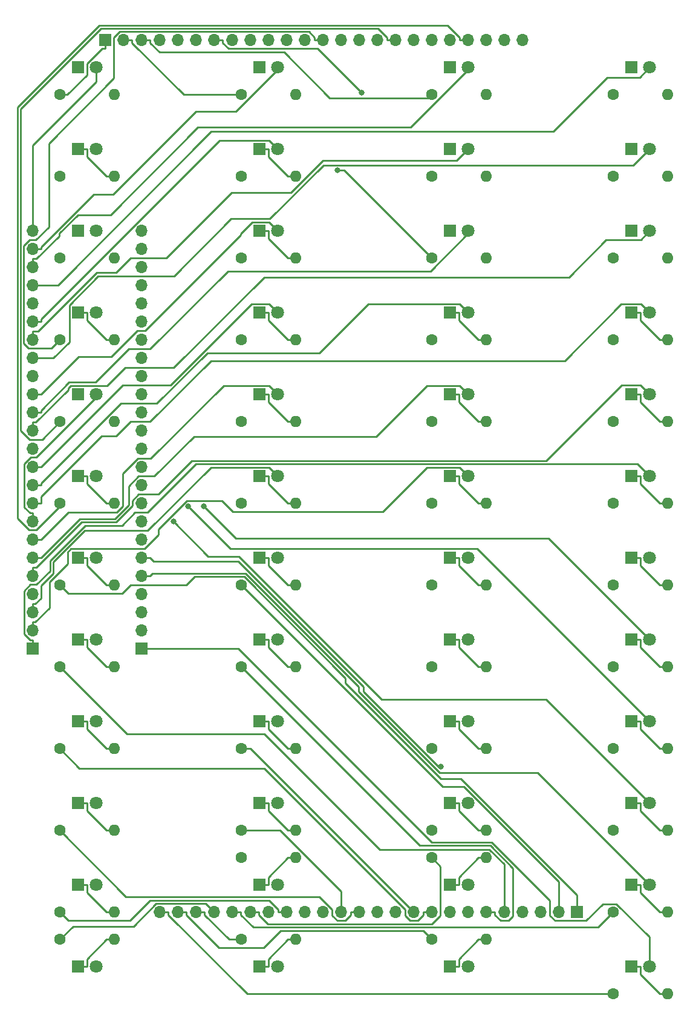
<source format=gbr>
G04 #@! TF.GenerationSoftware,KiCad,Pcbnew,(5.1.4)-1*
G04 #@! TF.CreationDate,2019-10-21T18:56:29-04:00*
G04 #@! TF.ProjectId,A-10C-CautionLED,412d3130-432d-4436-9175-74696f6e4c45,1*
G04 #@! TF.SameCoordinates,Original*
G04 #@! TF.FileFunction,Copper,L2,Bot*
G04 #@! TF.FilePolarity,Positive*
%FSLAX46Y46*%
G04 Gerber Fmt 4.6, Leading zero omitted, Abs format (unit mm)*
G04 Created by KiCad (PCBNEW (5.1.4)-1) date 2019-10-21 18:56:29*
%MOMM*%
%LPD*%
G04 APERTURE LIST*
%ADD10C,1.800000*%
%ADD11R,1.800000X1.800000*%
%ADD12O,1.700000X1.700000*%
%ADD13R,1.700000X1.700000*%
%ADD14O,1.600000X1.600000*%
%ADD15C,1.600000*%
%ADD16C,0.800000*%
%ADD17C,0.250000*%
G04 APERTURE END LIST*
D10*
X60960000Y-36830000D03*
D11*
X58420000Y-36830000D03*
D10*
X60960000Y-48260000D03*
D11*
X58420000Y-48260000D03*
D10*
X60960000Y-59690000D03*
D11*
X58420000Y-59690000D03*
D10*
X60960000Y-71120000D03*
D11*
X58420000Y-71120000D03*
X58420000Y-82550000D03*
D10*
X60960000Y-82550000D03*
D11*
X58420000Y-93980000D03*
D10*
X60960000Y-93980000D03*
D11*
X58420000Y-105410000D03*
D10*
X60960000Y-105410000D03*
X60960000Y-116840000D03*
D11*
X58420000Y-116840000D03*
D10*
X60960000Y-128270000D03*
D11*
X58420000Y-128270000D03*
D10*
X60960000Y-139700000D03*
D11*
X58420000Y-139700000D03*
D10*
X60960000Y-151130000D03*
D11*
X58420000Y-151130000D03*
X58420000Y-162560000D03*
D10*
X60960000Y-162560000D03*
D11*
X83820000Y-36830000D03*
D10*
X86360000Y-36830000D03*
D11*
X83820000Y-48260000D03*
D10*
X86360000Y-48260000D03*
D11*
X83820000Y-59690000D03*
D10*
X86360000Y-59690000D03*
D11*
X83820000Y-71120000D03*
D10*
X86360000Y-71120000D03*
X86360000Y-82550000D03*
D11*
X83820000Y-82550000D03*
D10*
X86360000Y-93980000D03*
D11*
X83820000Y-93980000D03*
D10*
X86360000Y-105410000D03*
D11*
X83820000Y-105410000D03*
X83820000Y-116840000D03*
D10*
X86360000Y-116840000D03*
D11*
X83820000Y-128270000D03*
D10*
X86360000Y-128270000D03*
D11*
X83820000Y-139700000D03*
D10*
X86360000Y-139700000D03*
D11*
X83820000Y-151130000D03*
D10*
X86360000Y-151130000D03*
D11*
X83820000Y-162560000D03*
D10*
X86360000Y-162560000D03*
X113030000Y-36830000D03*
D11*
X110490000Y-36830000D03*
D10*
X113030000Y-48260000D03*
D11*
X110490000Y-48260000D03*
D10*
X113030000Y-59690000D03*
D11*
X110490000Y-59690000D03*
D10*
X113030000Y-71120000D03*
D11*
X110490000Y-71120000D03*
X110490000Y-82550000D03*
D10*
X113030000Y-82550000D03*
D11*
X110490000Y-93980000D03*
D10*
X113030000Y-93980000D03*
D11*
X110490000Y-105410000D03*
D10*
X113030000Y-105410000D03*
X113030000Y-116840000D03*
D11*
X110490000Y-116840000D03*
X110490000Y-128270000D03*
D10*
X113030000Y-128270000D03*
X113030000Y-139700000D03*
D11*
X110490000Y-139700000D03*
X110490000Y-151130000D03*
D10*
X113030000Y-151130000D03*
X113030000Y-162560000D03*
D11*
X110490000Y-162560000D03*
X135890000Y-36830000D03*
D10*
X138430000Y-36830000D03*
D11*
X135890000Y-48260000D03*
D10*
X138430000Y-48260000D03*
D11*
X135890000Y-59690000D03*
D10*
X138430000Y-59690000D03*
D11*
X135890000Y-71120000D03*
D10*
X138430000Y-71120000D03*
X138430000Y-82550000D03*
D11*
X135890000Y-82550000D03*
D10*
X138430000Y-93980000D03*
D11*
X135890000Y-93980000D03*
D10*
X138430000Y-105410000D03*
D11*
X135890000Y-105410000D03*
D10*
X138430000Y-116840000D03*
D11*
X135890000Y-116840000D03*
D10*
X138430000Y-128270000D03*
D11*
X135890000Y-128270000D03*
X135890000Y-139700000D03*
D10*
X138430000Y-139700000D03*
D11*
X135890000Y-151130000D03*
D10*
X138430000Y-151130000D03*
X138430000Y-162560000D03*
D11*
X135890000Y-162560000D03*
D12*
X52070000Y-59690000D03*
X52070000Y-62230000D03*
X52070000Y-64770000D03*
X52070000Y-67310000D03*
X52070000Y-69850000D03*
X52070000Y-72390000D03*
X52070000Y-74930000D03*
X52070000Y-77470000D03*
X52070000Y-80010000D03*
X52070000Y-82550000D03*
X52070000Y-85090000D03*
X52070000Y-87630000D03*
X52070000Y-90170000D03*
X52070000Y-92710000D03*
X52070000Y-95250000D03*
X52070000Y-97790000D03*
X52070000Y-100330000D03*
X52070000Y-102870000D03*
X52070000Y-105410000D03*
X52070000Y-107950000D03*
X52070000Y-110490000D03*
X52070000Y-113030000D03*
X52070000Y-115570000D03*
D13*
X52070000Y-118110000D03*
X67310000Y-118110000D03*
D12*
X67310000Y-115570000D03*
X67310000Y-113030000D03*
X67310000Y-110490000D03*
X67310000Y-107950000D03*
X67310000Y-105410000D03*
X67310000Y-102870000D03*
X67310000Y-100330000D03*
X67310000Y-97790000D03*
X67310000Y-95250000D03*
X67310000Y-92710000D03*
X67310000Y-90170000D03*
X67310000Y-87630000D03*
X67310000Y-85090000D03*
X67310000Y-82550000D03*
X67310000Y-80010000D03*
X67310000Y-77470000D03*
X67310000Y-74930000D03*
X67310000Y-72390000D03*
X67310000Y-69850000D03*
X67310000Y-67310000D03*
X67310000Y-64770000D03*
X67310000Y-62230000D03*
X67310000Y-59690000D03*
X120650000Y-33020000D03*
X118110000Y-33020000D03*
X115570000Y-33020000D03*
X113030000Y-33020000D03*
X110490000Y-33020000D03*
X107950000Y-33020000D03*
X105410000Y-33020000D03*
X102870000Y-33020000D03*
X100330000Y-33020000D03*
X97790000Y-33020000D03*
X95250000Y-33020000D03*
X92710000Y-33020000D03*
X90170000Y-33020000D03*
X87630000Y-33020000D03*
X85090000Y-33020000D03*
X82550000Y-33020000D03*
X80010000Y-33020000D03*
X77470000Y-33020000D03*
X74930000Y-33020000D03*
X72390000Y-33020000D03*
X69850000Y-33020000D03*
X67310000Y-33020000D03*
X64770000Y-33020000D03*
D13*
X62230000Y-33020000D03*
X128270000Y-154940000D03*
D12*
X125730000Y-154940000D03*
X123190000Y-154940000D03*
X120650000Y-154940000D03*
X118110000Y-154940000D03*
X115570000Y-154940000D03*
X113030000Y-154940000D03*
X110490000Y-154940000D03*
X107950000Y-154940000D03*
X105410000Y-154940000D03*
X102870000Y-154940000D03*
X100330000Y-154940000D03*
X97790000Y-154940000D03*
X95250000Y-154940000D03*
X92710000Y-154940000D03*
X90170000Y-154940000D03*
X87630000Y-154940000D03*
X85090000Y-154940000D03*
X82550000Y-154940000D03*
X80010000Y-154940000D03*
X77470000Y-154940000D03*
X74930000Y-154940000D03*
X72390000Y-154940000D03*
X69850000Y-154940000D03*
D14*
X63500000Y-40640000D03*
D15*
X55880000Y-40640000D03*
D14*
X63500000Y-52070000D03*
D15*
X55880000Y-52070000D03*
X55880000Y-63500000D03*
D14*
X63500000Y-63500000D03*
D15*
X55880000Y-74930000D03*
D14*
X63500000Y-74930000D03*
D15*
X55880000Y-86360000D03*
D14*
X63500000Y-86360000D03*
D15*
X55880000Y-97790000D03*
D14*
X63500000Y-97790000D03*
D15*
X55880000Y-109220000D03*
D14*
X63500000Y-109220000D03*
D15*
X55880000Y-120650000D03*
D14*
X63500000Y-120650000D03*
D15*
X55880000Y-132080000D03*
D14*
X63500000Y-132080000D03*
X63500000Y-143510000D03*
D15*
X55880000Y-143510000D03*
X55880000Y-154940000D03*
D14*
X63500000Y-154940000D03*
X63500000Y-158750000D03*
D15*
X55880000Y-158750000D03*
X81280000Y-40640000D03*
D14*
X88900000Y-40640000D03*
D15*
X81280000Y-52070000D03*
D14*
X88900000Y-52070000D03*
X88900000Y-63500000D03*
D15*
X81280000Y-63500000D03*
X81280000Y-74930000D03*
D14*
X88900000Y-74930000D03*
X88900000Y-86360000D03*
D15*
X81280000Y-86360000D03*
D14*
X88900000Y-97790000D03*
D15*
X81280000Y-97790000D03*
D14*
X88900000Y-109220000D03*
D15*
X81280000Y-109220000D03*
D14*
X88900000Y-120650000D03*
D15*
X81280000Y-120650000D03*
D14*
X88900000Y-132080000D03*
D15*
X81280000Y-132080000D03*
D14*
X88900000Y-143510000D03*
D15*
X81280000Y-143510000D03*
X81280000Y-147320000D03*
D14*
X88900000Y-147320000D03*
D15*
X81280000Y-158750000D03*
D14*
X88900000Y-158750000D03*
D15*
X107950000Y-40640000D03*
D14*
X115570000Y-40640000D03*
D15*
X107950000Y-52070000D03*
D14*
X115570000Y-52070000D03*
X115570000Y-63500000D03*
D15*
X107950000Y-63500000D03*
X107950000Y-74930000D03*
D14*
X115570000Y-74930000D03*
X115570000Y-86360000D03*
D15*
X107950000Y-86360000D03*
D14*
X115570000Y-97790000D03*
D15*
X107950000Y-97790000D03*
D14*
X115570000Y-109220000D03*
D15*
X107950000Y-109220000D03*
D14*
X115570000Y-120650000D03*
D15*
X107950000Y-120650000D03*
X107950000Y-132080000D03*
D14*
X115570000Y-132080000D03*
D15*
X107950000Y-143510000D03*
D14*
X115570000Y-143510000D03*
D15*
X107950000Y-147320000D03*
D14*
X115570000Y-147320000D03*
X115570000Y-158750000D03*
D15*
X107950000Y-158750000D03*
D14*
X140970000Y-40640000D03*
D15*
X133350000Y-40640000D03*
D14*
X140970000Y-52070000D03*
D15*
X133350000Y-52070000D03*
D14*
X140970000Y-63500000D03*
D15*
X133350000Y-63500000D03*
D14*
X140970000Y-74930000D03*
D15*
X133350000Y-74930000D03*
X133350000Y-86360000D03*
D14*
X140970000Y-86360000D03*
D15*
X133350000Y-97790000D03*
D14*
X140970000Y-97790000D03*
D15*
X133350000Y-109220000D03*
D14*
X140970000Y-109220000D03*
D15*
X133350000Y-120650000D03*
D14*
X140970000Y-120650000D03*
X140970000Y-132080000D03*
D15*
X133350000Y-132080000D03*
D14*
X140970000Y-143510000D03*
D15*
X133350000Y-143510000D03*
D14*
X140970000Y-154940000D03*
D15*
X133350000Y-154940000D03*
X133350000Y-166370000D03*
D14*
X140970000Y-166370000D03*
D16*
X109251400Y-134634800D03*
X76050200Y-98209700D03*
X73862200Y-98216200D03*
X71771200Y-100307300D03*
X94758000Y-51242200D03*
X98132300Y-40402700D03*
D17*
X52070000Y-59690000D02*
X52070000Y-47694000D01*
X52070000Y-47694000D02*
X60960000Y-38804000D01*
X60960000Y-38804000D02*
X60960000Y-36830000D01*
X63500000Y-52070000D02*
X62374700Y-52070000D01*
X58420000Y-48260000D02*
X59645300Y-48260000D01*
X62374700Y-52070000D02*
X59645300Y-49340600D01*
X59645300Y-49340600D02*
X59645300Y-48260000D01*
X63500000Y-74930000D02*
X62374700Y-74930000D01*
X58420000Y-71120000D02*
X59645300Y-71120000D01*
X62374700Y-74930000D02*
X59645300Y-72200600D01*
X59645300Y-72200600D02*
X59645300Y-71120000D01*
X52070000Y-100330000D02*
X52070000Y-99154700D01*
X52070000Y-99154700D02*
X51702700Y-99154700D01*
X51702700Y-99154700D02*
X50884400Y-98336400D01*
X50884400Y-98336400D02*
X50884400Y-92232900D01*
X50884400Y-92232900D02*
X51769600Y-91347700D01*
X51769600Y-91347700D02*
X52571200Y-91347700D01*
X52571200Y-91347700D02*
X60960000Y-82958900D01*
X60960000Y-82958900D02*
X60960000Y-82550000D01*
X63500000Y-97790000D02*
X62374700Y-97790000D01*
X58420000Y-93980000D02*
X59645300Y-93980000D01*
X62374700Y-97790000D02*
X59645300Y-95060600D01*
X59645300Y-95060600D02*
X59645300Y-93980000D01*
X63500000Y-109220000D02*
X62374700Y-109220000D01*
X58420000Y-105410000D02*
X59645300Y-105410000D01*
X62374700Y-109220000D02*
X59645300Y-106490600D01*
X59645300Y-106490600D02*
X59645300Y-105410000D01*
X63500000Y-120650000D02*
X62374700Y-120650000D01*
X58420000Y-116840000D02*
X59645300Y-116840000D01*
X62374700Y-120650000D02*
X59645300Y-117920600D01*
X59645300Y-117920600D02*
X59645300Y-116840000D01*
X63500000Y-132080000D02*
X62374700Y-132080000D01*
X58420000Y-128270000D02*
X59645300Y-128270000D01*
X62374700Y-132080000D02*
X59645300Y-129350600D01*
X59645300Y-129350600D02*
X59645300Y-128270000D01*
X63500000Y-143510000D02*
X62374700Y-143510000D01*
X58420000Y-139700000D02*
X59645300Y-139700000D01*
X62374700Y-143510000D02*
X59645300Y-140780600D01*
X59645300Y-140780600D02*
X59645300Y-139700000D01*
X63500000Y-154940000D02*
X62374700Y-154940000D01*
X58420000Y-151130000D02*
X59645300Y-151130000D01*
X62374700Y-154940000D02*
X59645300Y-152210600D01*
X59645300Y-152210600D02*
X59645300Y-151130000D01*
X63500000Y-158750000D02*
X62374700Y-158750000D01*
X58420000Y-162560000D02*
X59645300Y-162560000D01*
X62374700Y-158750000D02*
X59645300Y-161479400D01*
X59645300Y-161479400D02*
X59645300Y-162560000D01*
X52070000Y-62230000D02*
X53245300Y-62230000D01*
X53245300Y-62230000D02*
X53245300Y-61936200D01*
X53245300Y-61936200D02*
X60585900Y-54595600D01*
X60585900Y-54595600D02*
X63336800Y-54595600D01*
X63336800Y-54595600D02*
X74930500Y-43001900D01*
X74930500Y-43001900D02*
X80530600Y-43001900D01*
X80530600Y-43001900D02*
X86360000Y-37172500D01*
X86360000Y-37172500D02*
X86360000Y-36830000D01*
X88900000Y-52070000D02*
X87774700Y-52070000D01*
X83820000Y-48260000D02*
X85045300Y-48260000D01*
X87774700Y-52070000D02*
X85045300Y-49340600D01*
X85045300Y-49340600D02*
X85045300Y-48260000D01*
X52070000Y-72390000D02*
X53245300Y-72390000D01*
X53245300Y-72390000D02*
X53245300Y-72022700D01*
X53245300Y-72022700D02*
X78233400Y-47034600D01*
X78233400Y-47034600D02*
X85134600Y-47034600D01*
X85134600Y-47034600D02*
X86360000Y-48260000D01*
X88900000Y-63500000D02*
X87774700Y-63500000D01*
X83820000Y-59690000D02*
X85045300Y-59690000D01*
X87774700Y-63500000D02*
X85045300Y-60770600D01*
X85045300Y-60770600D02*
X85045300Y-59690000D01*
X52070000Y-82550000D02*
X53245300Y-82550000D01*
X53245300Y-82550000D02*
X58521500Y-77273800D01*
X58521500Y-77273800D02*
X63066000Y-77273800D01*
X63066000Y-77273800D02*
X66679800Y-73660000D01*
X66679800Y-73660000D02*
X67808300Y-73660000D01*
X67808300Y-73660000D02*
X81167700Y-60300600D01*
X81167700Y-60300600D02*
X81167700Y-60071000D01*
X81167700Y-60071000D02*
X82774100Y-58464600D01*
X82774100Y-58464600D02*
X85134600Y-58464600D01*
X85134600Y-58464600D02*
X86360000Y-59690000D01*
X88900000Y-74930000D02*
X87774700Y-74930000D01*
X83820000Y-71120000D02*
X85045300Y-71120000D01*
X87774700Y-74930000D02*
X85045300Y-72200600D01*
X85045300Y-72200600D02*
X85045300Y-71120000D01*
X53245300Y-92710000D02*
X64675300Y-81280000D01*
X64675300Y-81280000D02*
X71334500Y-81280000D01*
X71334500Y-81280000D02*
X82719900Y-69894600D01*
X82719900Y-69894600D02*
X85134600Y-69894600D01*
X85134600Y-69894600D02*
X86360000Y-71120000D01*
X52070000Y-92710000D02*
X53245300Y-92710000D01*
X53245300Y-102870000D02*
X57057800Y-99057500D01*
X57057800Y-99057500D02*
X63831600Y-99057500D01*
X63831600Y-99057500D02*
X64684100Y-98205000D01*
X64684100Y-98205000D02*
X64684100Y-93633300D01*
X64684100Y-93633300D02*
X66782800Y-91534600D01*
X66782800Y-91534600D02*
X68567000Y-91534600D01*
X68567000Y-91534600D02*
X78777000Y-81324600D01*
X78777000Y-81324600D02*
X85134600Y-81324600D01*
X85134600Y-81324600D02*
X86360000Y-82550000D01*
X52070000Y-102870000D02*
X53245300Y-102870000D01*
X88900000Y-86360000D02*
X87774700Y-86360000D01*
X83820000Y-82550000D02*
X85045300Y-82550000D01*
X87774700Y-86360000D02*
X85045300Y-83630600D01*
X85045300Y-83630600D02*
X85045300Y-82550000D01*
X52070000Y-111854700D02*
X52437400Y-111854700D01*
X52437400Y-111854700D02*
X53245300Y-111046800D01*
X53245300Y-111046800D02*
X53245300Y-109293000D01*
X53245300Y-109293000D02*
X54928300Y-107610000D01*
X54928300Y-107610000D02*
X54928300Y-106002300D01*
X54928300Y-106002300D02*
X59330600Y-101600000D01*
X59330600Y-101600000D02*
X68173300Y-101600000D01*
X68173300Y-101600000D02*
X77018700Y-92754600D01*
X77018700Y-92754600D02*
X85134600Y-92754600D01*
X85134600Y-92754600D02*
X86360000Y-93980000D01*
X52070000Y-113030000D02*
X52070000Y-111854700D01*
X88900000Y-97790000D02*
X87774700Y-97790000D01*
X83820000Y-93980000D02*
X85045300Y-93980000D01*
X87774700Y-97790000D02*
X85045300Y-95060600D01*
X85045300Y-95060600D02*
X85045300Y-93980000D01*
X88900000Y-109220000D02*
X87774700Y-109220000D01*
X83820000Y-105410000D02*
X85045300Y-105410000D01*
X87774700Y-109220000D02*
X85045300Y-106490600D01*
X85045300Y-106490600D02*
X85045300Y-105410000D01*
X88900000Y-120650000D02*
X87774700Y-120650000D01*
X83820000Y-116840000D02*
X85045300Y-116840000D01*
X87774700Y-120650000D02*
X85045300Y-117920600D01*
X85045300Y-117920600D02*
X85045300Y-116840000D01*
X88900000Y-132080000D02*
X87774700Y-132080000D01*
X83820000Y-128270000D02*
X85045300Y-128270000D01*
X87774700Y-132080000D02*
X85045300Y-129350600D01*
X85045300Y-129350600D02*
X85045300Y-128270000D01*
X88900000Y-143510000D02*
X87774700Y-143510000D01*
X83820000Y-139700000D02*
X85045300Y-139700000D01*
X87774700Y-143510000D02*
X85045300Y-140780600D01*
X85045300Y-140780600D02*
X85045300Y-139700000D01*
X88900000Y-147320000D02*
X87774700Y-147320000D01*
X83820000Y-151130000D02*
X85045300Y-151130000D01*
X87774700Y-147320000D02*
X85045300Y-150049400D01*
X85045300Y-150049400D02*
X85045300Y-151130000D01*
X88900000Y-158750000D02*
X87774700Y-158750000D01*
X83820000Y-162560000D02*
X85045300Y-162560000D01*
X87774700Y-158750000D02*
X85045300Y-161479400D01*
X85045300Y-161479400D02*
X85045300Y-162560000D01*
X52070000Y-63594700D02*
X52606800Y-63594700D01*
X52606800Y-63594700D02*
X55809700Y-60391800D01*
X55809700Y-60391800D02*
X55809700Y-60008700D01*
X55809700Y-60008700D02*
X58383900Y-57434500D01*
X58383900Y-57434500D02*
X62993000Y-57434500D01*
X62993000Y-57434500D02*
X75211400Y-45216100D01*
X75211400Y-45216100D02*
X104987800Y-45216100D01*
X104987800Y-45216100D02*
X113030000Y-37173900D01*
X113030000Y-37173900D02*
X113030000Y-36830000D01*
X52070000Y-64770000D02*
X52070000Y-63594700D01*
X113030000Y-48260000D02*
X111418600Y-49871400D01*
X111418600Y-49871400D02*
X92711000Y-49871400D01*
X92711000Y-49871400D02*
X88220500Y-54361900D01*
X88220500Y-54361900D02*
X79877200Y-54361900D01*
X79877200Y-54361900D02*
X70739100Y-63500000D01*
X70739100Y-63500000D02*
X65752800Y-63500000D01*
X65752800Y-63500000D02*
X63758000Y-65494800D01*
X63758000Y-65494800D02*
X61054700Y-65494800D01*
X61054700Y-65494800D02*
X52794800Y-73754700D01*
X52794800Y-73754700D02*
X52070000Y-73754700D01*
X52070000Y-74930000D02*
X52070000Y-73754700D01*
X52070000Y-85090000D02*
X53245300Y-85090000D01*
X53245300Y-85090000D02*
X53245300Y-84796200D01*
X53245300Y-84796200D02*
X57167300Y-80874200D01*
X57167300Y-80874200D02*
X60823700Y-80874200D01*
X60823700Y-80874200D02*
X65497900Y-76200000D01*
X65497900Y-76200000D02*
X68485400Y-76200000D01*
X68485400Y-76200000D02*
X79366100Y-65319300D01*
X79366100Y-65319300D02*
X107743200Y-65319300D01*
X107743200Y-65319300D02*
X113030000Y-60032500D01*
X113030000Y-60032500D02*
X113030000Y-59690000D01*
X52070000Y-95250000D02*
X53245300Y-95250000D01*
X53245300Y-95250000D02*
X53245300Y-94956200D01*
X53245300Y-94956200D02*
X64381500Y-83820000D01*
X64381500Y-83820000D02*
X69431400Y-83820000D01*
X69431400Y-83820000D02*
X76502100Y-76749300D01*
X76502100Y-76749300D02*
X92233400Y-76749300D01*
X92233400Y-76749300D02*
X99088100Y-69894600D01*
X99088100Y-69894600D02*
X111804600Y-69894600D01*
X111804600Y-69894600D02*
X113030000Y-71120000D01*
X115570000Y-74930000D02*
X114444700Y-74930000D01*
X110490000Y-71120000D02*
X111715300Y-71120000D01*
X114444700Y-74930000D02*
X111715300Y-72200600D01*
X111715300Y-72200600D02*
X111715300Y-71120000D01*
X115570000Y-86360000D02*
X114444700Y-86360000D01*
X110490000Y-82550000D02*
X111715300Y-82550000D01*
X114444700Y-86360000D02*
X111715300Y-83630600D01*
X111715300Y-83630600D02*
X111715300Y-82550000D01*
X52070000Y-105410000D02*
X53245300Y-105410000D01*
X53245300Y-105410000D02*
X58672600Y-99982700D01*
X58672600Y-99982700D02*
X63543400Y-99982700D01*
X63543400Y-99982700D02*
X65489000Y-98037100D01*
X65489000Y-98037100D02*
X65489000Y-95403800D01*
X65489000Y-95403800D02*
X66912800Y-93980000D01*
X66912800Y-93980000D02*
X69108100Y-93980000D01*
X69108100Y-93980000D02*
X74654000Y-88434100D01*
X74654000Y-88434100D02*
X100131000Y-88434100D01*
X100131000Y-88434100D02*
X107240500Y-81324600D01*
X107240500Y-81324600D02*
X111804600Y-81324600D01*
X111804600Y-81324600D02*
X113030000Y-82550000D01*
X115570000Y-97790000D02*
X114444700Y-97790000D01*
X110490000Y-93980000D02*
X111715300Y-93980000D01*
X114444700Y-97790000D02*
X111715300Y-95060600D01*
X111715300Y-95060600D02*
X111715300Y-93980000D01*
X52070000Y-114394700D02*
X52437300Y-114394700D01*
X52437300Y-114394700D02*
X54428800Y-112403200D01*
X54428800Y-112403200D02*
X54428800Y-108746400D01*
X54428800Y-108746400D02*
X56981500Y-106193700D01*
X56981500Y-106193700D02*
X56981500Y-104586000D01*
X56981500Y-104586000D02*
X57427500Y-104140000D01*
X57427500Y-104140000D02*
X67704100Y-104140000D01*
X67704100Y-104140000D02*
X69635400Y-102208700D01*
X69635400Y-102208700D02*
X69635400Y-101417000D01*
X69635400Y-101417000D02*
X73613400Y-97439000D01*
X73613400Y-97439000D02*
X78584200Y-97439000D01*
X78584200Y-97439000D02*
X80077800Y-98932600D01*
X80077800Y-98932600D02*
X101062500Y-98932600D01*
X101062500Y-98932600D02*
X107240500Y-92754600D01*
X107240500Y-92754600D02*
X111804600Y-92754600D01*
X111804600Y-92754600D02*
X113030000Y-93980000D01*
X52070000Y-115570000D02*
X52070000Y-114394700D01*
X115570000Y-109220000D02*
X114444700Y-109220000D01*
X110490000Y-105410000D02*
X111715300Y-105410000D01*
X114444700Y-109220000D02*
X111715300Y-106490600D01*
X111715300Y-106490600D02*
X111715300Y-105410000D01*
X115570000Y-120650000D02*
X114444700Y-120650000D01*
X110490000Y-116840000D02*
X111715300Y-116840000D01*
X114444700Y-120650000D02*
X111715300Y-117920600D01*
X111715300Y-117920600D02*
X111715300Y-116840000D01*
X115570000Y-132080000D02*
X114444700Y-132080000D01*
X110490000Y-128270000D02*
X111715300Y-128270000D01*
X114444700Y-132080000D02*
X111715300Y-129350600D01*
X111715300Y-129350600D02*
X111715300Y-128270000D01*
X115570000Y-143510000D02*
X114444700Y-143510000D01*
X110490000Y-139700000D02*
X111715300Y-139700000D01*
X114444700Y-143510000D02*
X111715300Y-140780600D01*
X111715300Y-140780600D02*
X111715300Y-139700000D01*
X115570000Y-147320000D02*
X114444700Y-147320000D01*
X110490000Y-151130000D02*
X111715300Y-151130000D01*
X114444700Y-147320000D02*
X111715300Y-150049400D01*
X111715300Y-150049400D02*
X111715300Y-151130000D01*
X68485300Y-105410000D02*
X68972500Y-105897200D01*
X68972500Y-105897200D02*
X80834800Y-105897200D01*
X80834800Y-105897200D02*
X98399600Y-123462000D01*
X98399600Y-123462000D02*
X98399600Y-124124300D01*
X98399600Y-124124300D02*
X108910100Y-134634800D01*
X108910100Y-134634800D02*
X109251400Y-134634800D01*
X67310000Y-105410000D02*
X68485300Y-105410000D01*
X115570000Y-158750000D02*
X114444700Y-158750000D01*
X110490000Y-162560000D02*
X111715300Y-162560000D01*
X114444700Y-158750000D02*
X111715300Y-161479400D01*
X111715300Y-161479400D02*
X111715300Y-162560000D01*
X52070000Y-67310000D02*
X55579300Y-67310000D01*
X55579300Y-67310000D02*
X77070700Y-45818600D01*
X77070700Y-45818600D02*
X124931300Y-45818600D01*
X124931300Y-45818600D02*
X132525700Y-38224200D01*
X132525700Y-38224200D02*
X137035800Y-38224200D01*
X137035800Y-38224200D02*
X138430000Y-36830000D01*
X138430000Y-48260000D02*
X136173100Y-50516900D01*
X136173100Y-50516900D02*
X92778700Y-50516900D01*
X92778700Y-50516900D02*
X85281400Y-58014200D01*
X85281400Y-58014200D02*
X79873000Y-58014200D01*
X79873000Y-58014200D02*
X71847200Y-66040000D01*
X71847200Y-66040000D02*
X61227900Y-66040000D01*
X61227900Y-66040000D02*
X57194600Y-70073300D01*
X57194600Y-70073300D02*
X57194600Y-75210400D01*
X57194600Y-75210400D02*
X54935000Y-77470000D01*
X54935000Y-77470000D02*
X52070000Y-77470000D01*
X52070000Y-86454700D02*
X52525200Y-86454700D01*
X52525200Y-86454700D02*
X57032900Y-81947000D01*
X57032900Y-81947000D02*
X57032900Y-81665100D01*
X57032900Y-81665100D02*
X57373400Y-81324600D01*
X57373400Y-81324600D02*
X62483100Y-81324600D01*
X62483100Y-81324600D02*
X64973100Y-78834600D01*
X64973100Y-78834600D02*
X71773400Y-78834600D01*
X71773400Y-78834600D02*
X84463100Y-66144900D01*
X84463100Y-66144900D02*
X127127400Y-66144900D01*
X127127400Y-66144900D02*
X132356900Y-60915400D01*
X132356900Y-60915400D02*
X137204600Y-60915400D01*
X137204600Y-60915400D02*
X138430000Y-59690000D01*
X52070000Y-87630000D02*
X52070000Y-86454700D01*
X140970000Y-74930000D02*
X139844700Y-74930000D01*
X135890000Y-71120000D02*
X137115300Y-71120000D01*
X139844700Y-74930000D02*
X137115300Y-72200600D01*
X137115300Y-72200600D02*
X137115300Y-71120000D01*
X52070000Y-97790000D02*
X53245300Y-97790000D01*
X53245300Y-97790000D02*
X53245300Y-96835100D01*
X53245300Y-96835100D02*
X61725600Y-88354800D01*
X61725600Y-88354800D02*
X63758000Y-88354800D01*
X63758000Y-88354800D02*
X65752800Y-86360000D01*
X65752800Y-86360000D02*
X68485400Y-86360000D01*
X68485400Y-86360000D02*
X77009200Y-77836200D01*
X77009200Y-77836200D02*
X126533800Y-77836200D01*
X126533800Y-77836200D02*
X134475400Y-69894600D01*
X134475400Y-69894600D02*
X137204600Y-69894600D01*
X137204600Y-69894600D02*
X138430000Y-71120000D01*
X52070000Y-106774700D02*
X52563300Y-106774700D01*
X52563300Y-106774700D02*
X58904900Y-100433100D01*
X58904900Y-100433100D02*
X63729900Y-100433100D01*
X63729900Y-100433100D02*
X66019000Y-98144000D01*
X66019000Y-98144000D02*
X66019000Y-97416900D01*
X66019000Y-97416900D02*
X66915900Y-96520000D01*
X66915900Y-96520000D02*
X69649200Y-96520000D01*
X69649200Y-96520000D02*
X74332700Y-91836500D01*
X74332700Y-91836500D02*
X123963700Y-91836500D01*
X123963700Y-91836500D02*
X134524100Y-81276100D01*
X134524100Y-81276100D02*
X137156100Y-81276100D01*
X137156100Y-81276100D02*
X138430000Y-82550000D01*
X52070000Y-107950000D02*
X52070000Y-106774700D01*
X140970000Y-86360000D02*
X139844700Y-86360000D01*
X135890000Y-82550000D02*
X137115300Y-82550000D01*
X139844700Y-86360000D02*
X137115300Y-83630600D01*
X137115300Y-83630600D02*
X137115300Y-82550000D01*
X52070000Y-116934700D02*
X51702700Y-116934700D01*
X51702700Y-116934700D02*
X50852100Y-116084100D01*
X50852100Y-116084100D02*
X50852100Y-110001300D01*
X50852100Y-110001300D02*
X51717600Y-109135800D01*
X51717600Y-109135800D02*
X52585900Y-109135800D01*
X52585900Y-109135800D02*
X54477900Y-107243800D01*
X54477900Y-107243800D02*
X54477900Y-105815800D01*
X54477900Y-105815800D02*
X59410300Y-100883400D01*
X59410300Y-100883400D02*
X64553200Y-100883400D01*
X64553200Y-100883400D02*
X66376600Y-99060000D01*
X66376600Y-99060000D02*
X68119500Y-99060000D01*
X68119500Y-99060000D02*
X74892700Y-92286800D01*
X74892700Y-92286800D02*
X136736800Y-92286800D01*
X136736800Y-92286800D02*
X138430000Y-93980000D01*
X52070000Y-118110000D02*
X52070000Y-116934700D01*
X140970000Y-97790000D02*
X139844700Y-97790000D01*
X135890000Y-93980000D02*
X137115300Y-93980000D01*
X139844700Y-97790000D02*
X137115300Y-95060600D01*
X137115300Y-95060600D02*
X137115300Y-93980000D01*
X140970000Y-109220000D02*
X139844700Y-109220000D01*
X135890000Y-105410000D02*
X137115300Y-105410000D01*
X139844700Y-109220000D02*
X137115300Y-106490600D01*
X137115300Y-106490600D02*
X137115300Y-105410000D01*
X76050200Y-98209700D02*
X80526200Y-102685700D01*
X80526200Y-102685700D02*
X124275700Y-102685700D01*
X124275700Y-102685700D02*
X138430000Y-116840000D01*
X140970000Y-120650000D02*
X139844700Y-120650000D01*
X135890000Y-116840000D02*
X137115300Y-116840000D01*
X139844700Y-120650000D02*
X137115300Y-117920600D01*
X137115300Y-117920600D02*
X137115300Y-116840000D01*
X73862200Y-98216200D02*
X79742500Y-104096500D01*
X79742500Y-104096500D02*
X114256500Y-104096500D01*
X114256500Y-104096500D02*
X138430000Y-128270000D01*
X140970000Y-132080000D02*
X139844700Y-132080000D01*
X135890000Y-128270000D02*
X137115300Y-128270000D01*
X139844700Y-132080000D02*
X137115300Y-129350600D01*
X137115300Y-129350600D02*
X137115300Y-128270000D01*
X140970000Y-143510000D02*
X139844700Y-143510000D01*
X135890000Y-139700000D02*
X137115300Y-139700000D01*
X139844700Y-143510000D02*
X137115300Y-140780600D01*
X137115300Y-140780600D02*
X137115300Y-139700000D01*
X138430000Y-139700000D02*
X123903700Y-125173700D01*
X123903700Y-125173700D02*
X100888100Y-125173700D01*
X100888100Y-125173700D02*
X80899400Y-105185000D01*
X80899400Y-105185000D02*
X76648900Y-105185000D01*
X76648900Y-105185000D02*
X71771200Y-100307300D01*
X140970000Y-154940000D02*
X139844700Y-154940000D01*
X135890000Y-151130000D02*
X137115300Y-151130000D01*
X139844700Y-154940000D02*
X137115300Y-152210600D01*
X137115300Y-152210600D02*
X137115300Y-151130000D01*
X138430000Y-151130000D02*
X122760700Y-135460700D01*
X122760700Y-135460700D02*
X109041600Y-135460700D01*
X109041600Y-135460700D02*
X97704900Y-124124000D01*
X97704900Y-124124000D02*
X97704900Y-123404200D01*
X97704900Y-123404200D02*
X81897500Y-107596800D01*
X81897500Y-107596800D02*
X68838500Y-107596800D01*
X68838500Y-107596800D02*
X68485300Y-107950000D01*
X67310000Y-107950000D02*
X68485300Y-107950000D01*
X138430000Y-162560000D02*
X138430000Y-158422900D01*
X138430000Y-158422900D02*
X133799100Y-153792000D01*
X133799100Y-153792000D02*
X131901100Y-153792000D01*
X131901100Y-153792000D02*
X129553800Y-156139300D01*
X129553800Y-156139300D02*
X125208800Y-156139300D01*
X125208800Y-156139300D02*
X124460000Y-155390500D01*
X124460000Y-155390500D02*
X124460000Y-153324000D01*
X124460000Y-153324000D02*
X116329400Y-145193400D01*
X116329400Y-145193400D02*
X107952700Y-145193400D01*
X107952700Y-145193400D02*
X80869300Y-118110000D01*
X80869300Y-118110000D02*
X67310000Y-118110000D01*
X140970000Y-166370000D02*
X139844700Y-166370000D01*
X135890000Y-162560000D02*
X137115300Y-162560000D01*
X139844700Y-166370000D02*
X137115300Y-163640600D01*
X137115300Y-163640600D02*
X137115300Y-162560000D01*
X113030000Y-33020000D02*
X111854700Y-33020000D01*
X55880000Y-97790000D02*
X55880000Y-98204300D01*
X55880000Y-98204300D02*
X52569500Y-101514800D01*
X52569500Y-101514800D02*
X51536000Y-101514800D01*
X51536000Y-101514800D02*
X49913800Y-99892600D01*
X49913800Y-99892600D02*
X49913800Y-42369000D01*
X49913800Y-42369000D02*
X61357200Y-30925600D01*
X61357200Y-30925600D02*
X110127600Y-30925600D01*
X110127600Y-30925600D02*
X111854700Y-32652700D01*
X111854700Y-32652700D02*
X111854700Y-33020000D01*
X102870000Y-33020000D02*
X101694700Y-33020000D01*
X55880000Y-86360000D02*
X53402500Y-88837500D01*
X53402500Y-88837500D02*
X51596200Y-88837500D01*
X51596200Y-88837500D02*
X50364200Y-87605500D01*
X50364200Y-87605500D02*
X50364200Y-42611200D01*
X50364200Y-42611200D02*
X61599400Y-31376000D01*
X61599400Y-31376000D02*
X100418000Y-31376000D01*
X100418000Y-31376000D02*
X101694700Y-32652700D01*
X101694700Y-32652700D02*
X101694700Y-33020000D01*
X92710000Y-33020000D02*
X91534700Y-33020000D01*
X55880000Y-74930000D02*
X54697100Y-76112900D01*
X54697100Y-76112900D02*
X51504100Y-76112900D01*
X51504100Y-76112900D02*
X50814600Y-75423400D01*
X50814600Y-75423400D02*
X50814600Y-61791800D01*
X50814600Y-61791800D02*
X51646400Y-60960000D01*
X51646400Y-60960000D02*
X52499400Y-60960000D01*
X52499400Y-60960000D02*
X54316200Y-59143200D01*
X54316200Y-59143200D02*
X54316200Y-47436800D01*
X54316200Y-47436800D02*
X63405400Y-38347600D01*
X63405400Y-38347600D02*
X63405400Y-32657500D01*
X63405400Y-32657500D02*
X64218200Y-31844700D01*
X64218200Y-31844700D02*
X90726800Y-31844700D01*
X90726800Y-31844700D02*
X91534700Y-32652600D01*
X91534700Y-32652600D02*
X91534700Y-33020000D01*
X107950000Y-63500000D02*
X95692200Y-51242200D01*
X95692200Y-51242200D02*
X94758000Y-51242200D01*
X77470000Y-33020000D02*
X78645300Y-33020000D01*
X98132300Y-40402700D02*
X91924900Y-34195300D01*
X91924900Y-34195300D02*
X79453200Y-34195300D01*
X79453200Y-34195300D02*
X78645300Y-33387400D01*
X78645300Y-33387400D02*
X78645300Y-33020000D01*
X68485300Y-33020000D02*
X68485300Y-33387300D01*
X68485300Y-33387300D02*
X69816600Y-34718600D01*
X69816600Y-34718600D02*
X87241200Y-34718600D01*
X87241200Y-34718600D02*
X93650600Y-41128000D01*
X93650600Y-41128000D02*
X107462000Y-41128000D01*
X107462000Y-41128000D02*
X107950000Y-40640000D01*
X67310000Y-33020000D02*
X68485300Y-33020000D01*
X64770000Y-33020000D02*
X65945300Y-33020000D01*
X81280000Y-40640000D02*
X73198000Y-40640000D01*
X73198000Y-40640000D02*
X65945300Y-33387300D01*
X65945300Y-33387300D02*
X65945300Y-33020000D01*
X62230000Y-33020000D02*
X62230000Y-34195300D01*
X55880000Y-40640000D02*
X56903200Y-40640000D01*
X56903200Y-40640000D02*
X59645400Y-37897800D01*
X59645400Y-37897800D02*
X59645400Y-36339200D01*
X59645400Y-36339200D02*
X61789300Y-34195300D01*
X61789300Y-34195300D02*
X62230000Y-34195300D01*
X55880000Y-109220000D02*
X57022100Y-110362100D01*
X57022100Y-110362100D02*
X64610700Y-110362100D01*
X64610700Y-110362100D02*
X65752800Y-109220000D01*
X65752800Y-109220000D02*
X73545000Y-109220000D01*
X73545000Y-109220000D02*
X74717800Y-108047200D01*
X74717800Y-108047200D02*
X81711000Y-108047200D01*
X81711000Y-108047200D02*
X95863400Y-122199600D01*
X95863400Y-122199600D02*
X95863400Y-122944800D01*
X95863400Y-122944800D02*
X109175300Y-136256700D01*
X109175300Y-136256700D02*
X112007300Y-136256700D01*
X112007300Y-136256700D02*
X128270000Y-152519400D01*
X128270000Y-152519400D02*
X128270000Y-154940000D01*
X81280000Y-109220000D02*
X109431300Y-137371300D01*
X109431300Y-137371300D02*
X112449500Y-137371300D01*
X112449500Y-137371300D02*
X125730000Y-150651800D01*
X125730000Y-150651800D02*
X125730000Y-154940000D01*
X118110000Y-154940000D02*
X118110000Y-153764700D01*
X55880000Y-120650000D02*
X65237700Y-130007700D01*
X65237700Y-130007700D02*
X84500400Y-130007700D01*
X84500400Y-130007700D02*
X100653700Y-146161000D01*
X100653700Y-146161000D02*
X116023200Y-146161000D01*
X116023200Y-146161000D02*
X118110000Y-148247800D01*
X118110000Y-148247800D02*
X118110000Y-153764700D01*
X116745300Y-154940000D02*
X116745300Y-155307400D01*
X116745300Y-155307400D02*
X117553200Y-156115300D01*
X117553200Y-156115300D02*
X118655000Y-156115300D01*
X118655000Y-156115300D02*
X119289400Y-155480900D01*
X119289400Y-155480900D02*
X119289400Y-148790300D01*
X119289400Y-148790300D02*
X116142900Y-145643800D01*
X116142900Y-145643800D02*
X106273800Y-145643800D01*
X106273800Y-145643800D02*
X81280000Y-120650000D01*
X115570000Y-154940000D02*
X116745300Y-154940000D01*
X55880000Y-132080000D02*
X58621200Y-134821200D01*
X58621200Y-134821200D02*
X84453900Y-134821200D01*
X84453900Y-134821200D02*
X104224200Y-154591500D01*
X104224200Y-154591500D02*
X104224200Y-155418500D01*
X104224200Y-155418500D02*
X104921000Y-156115300D01*
X104921000Y-156115300D02*
X105966800Y-156115300D01*
X105966800Y-156115300D02*
X106774700Y-155307400D01*
X106774700Y-155307400D02*
X106774700Y-154940000D01*
X107950000Y-154940000D02*
X106774700Y-154940000D01*
X81280000Y-132080000D02*
X82550000Y-132080000D01*
X82550000Y-132080000D02*
X105410000Y-154940000D01*
X97790000Y-154940000D02*
X96614700Y-154940000D01*
X55880000Y-143510000D02*
X65137100Y-152767100D01*
X65137100Y-152767100D02*
X92201300Y-152767100D01*
X92201300Y-152767100D02*
X93980000Y-154545800D01*
X93980000Y-154545800D02*
X93980000Y-155400300D01*
X93980000Y-155400300D02*
X94695000Y-156115300D01*
X94695000Y-156115300D02*
X95806800Y-156115300D01*
X95806800Y-156115300D02*
X96614700Y-155307400D01*
X96614700Y-155307400D02*
X96614700Y-154940000D01*
X81280000Y-143510000D02*
X86715300Y-143510000D01*
X86715300Y-143510000D02*
X95250000Y-152044700D01*
X95250000Y-152044700D02*
X95250000Y-154940000D01*
X86454700Y-154940000D02*
X86454700Y-154572600D01*
X86454700Y-154572600D02*
X85190600Y-153308500D01*
X85190600Y-153308500D02*
X68492700Y-153308500D01*
X68492700Y-153308500D02*
X65682400Y-156118800D01*
X65682400Y-156118800D02*
X57058800Y-156118800D01*
X57058800Y-156118800D02*
X55880000Y-154940000D01*
X87630000Y-154940000D02*
X86454700Y-154940000D01*
X82550000Y-154940000D02*
X83725300Y-154940000D01*
X107950000Y-147320000D02*
X109163700Y-148533700D01*
X109163700Y-148533700D02*
X109163700Y-155403200D01*
X109163700Y-155403200D02*
X107958600Y-156608300D01*
X107958600Y-156608300D02*
X85026300Y-156608300D01*
X85026300Y-156608300D02*
X83725300Y-155307300D01*
X83725300Y-155307300D02*
X83725300Y-154940000D01*
X80010000Y-154940000D02*
X81185300Y-154940000D01*
X133350000Y-154940000D02*
X131231300Y-157058700D01*
X131231300Y-157058700D02*
X82936700Y-157058700D01*
X82936700Y-157058700D02*
X81185300Y-155307300D01*
X81185300Y-155307300D02*
X81185300Y-154940000D01*
X55880000Y-158750000D02*
X57692400Y-156937600D01*
X57692400Y-156937600D02*
X66190200Y-156937600D01*
X66190200Y-156937600D02*
X69363100Y-153764700D01*
X69363100Y-153764700D02*
X76294700Y-153764700D01*
X76294700Y-153764700D02*
X77470000Y-154940000D01*
X74930000Y-154940000D02*
X76105300Y-154940000D01*
X81280000Y-158750000D02*
X79548000Y-158750000D01*
X79548000Y-158750000D02*
X76105300Y-155307300D01*
X76105300Y-155307300D02*
X76105300Y-154940000D01*
X73565300Y-154940000D02*
X73565300Y-155307300D01*
X73565300Y-155307300D02*
X78150400Y-159892400D01*
X78150400Y-159892400D02*
X84428100Y-159892400D01*
X84428100Y-159892400D02*
X86749400Y-157571100D01*
X86749400Y-157571100D02*
X106771100Y-157571100D01*
X106771100Y-157571100D02*
X107950000Y-158750000D01*
X72390000Y-154940000D02*
X73565300Y-154940000D01*
X69850000Y-154940000D02*
X71025300Y-154940000D01*
X133350000Y-166370000D02*
X82088000Y-166370000D01*
X82088000Y-166370000D02*
X71025300Y-155307300D01*
X71025300Y-155307300D02*
X71025300Y-154940000D01*
M02*

</source>
